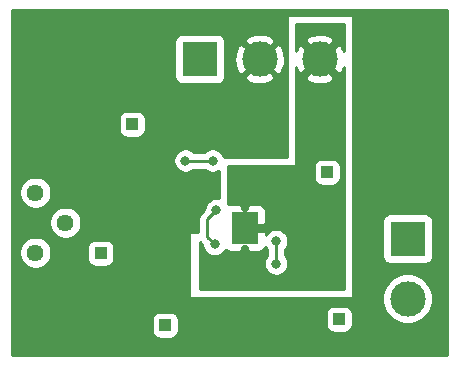
<source format=gbr>
G04 #@! TF.GenerationSoftware,KiCad,Pcbnew,(5.1.5)-2*
G04 #@! TF.CreationDate,2020-02-05T11:48:52+00:00*
G04 #@! TF.ProjectId,OPA1622_eval,4f504131-3632-4325-9f65-76616c2e6b69,rev?*
G04 #@! TF.SameCoordinates,Original*
G04 #@! TF.FileFunction,Copper,L2,Bot*
G04 #@! TF.FilePolarity,Positive*
%FSLAX46Y46*%
G04 Gerber Fmt 4.6, Leading zero omitted, Abs format (unit mm)*
G04 Created by KiCad (PCBNEW (5.1.5)-2) date 2020-02-05 11:48:52*
%MOMM*%
%LPD*%
G04 APERTURE LIST*
%ADD10R,1.000000X1.000000*%
%ADD11C,0.600000*%
%ADD12R,2.300000X2.800000*%
%ADD13C,1.440000*%
%ADD14R,3.000000X3.000000*%
%ADD15C,3.000000*%
%ADD16C,0.800000*%
%ADD17C,0.250000*%
%ADD18C,0.254000*%
G04 APERTURE END LIST*
D10*
X150495000Y-136271000D03*
X151511000Y-148717000D03*
X131318000Y-143129000D03*
X136779000Y-149225000D03*
X133985000Y-132207000D03*
D11*
X144000000Y-141750000D03*
X143500000Y-141000000D03*
X144000000Y-140250000D03*
X143000000Y-140250000D03*
X143000000Y-141750000D03*
D12*
X143500000Y-141000000D03*
D13*
X125800000Y-138000000D03*
X128340000Y-140540000D03*
X125800000Y-143080000D03*
D14*
X157300000Y-141900000D03*
D15*
X157300000Y-146980000D03*
D14*
X139700000Y-126700000D03*
D15*
X144780000Y-126700000D03*
X149860000Y-126700000D03*
D16*
X136300000Y-137500000D03*
X136300000Y-139800000D03*
X136300000Y-142200000D03*
X136300000Y-144600000D03*
X132334000Y-148725000D03*
X127889000Y-127635000D03*
X147320000Y-149860000D03*
X141124909Y-139493527D03*
X140970000Y-142367000D03*
X138500000Y-135300000D03*
X140800000Y-135300000D03*
X146177014Y-142113000D03*
X146177000Y-144013022D03*
D17*
X140335000Y-141732000D02*
X140970000Y-142367000D01*
X141124909Y-139493527D02*
X140335000Y-140283436D01*
X140335000Y-140283436D02*
X140335000Y-141732000D01*
X138500000Y-135300000D02*
X140800000Y-135300000D01*
X146177000Y-144013022D02*
X146177000Y-142113014D01*
X146177000Y-142113014D02*
X146177014Y-142113000D01*
D18*
G36*
X151892000Y-126038015D02*
G01*
X151784644Y-125752270D01*
X151717282Y-125626248D01*
X151413531Y-125461839D01*
X150175370Y-126700000D01*
X151413531Y-127938161D01*
X151717282Y-127773752D01*
X151891074Y-127390782D01*
X151892000Y-127386821D01*
X151892000Y-146177000D01*
X139700000Y-146177000D01*
X139700000Y-142156227D01*
X139700026Y-142156276D01*
X139708038Y-142166038D01*
X139795000Y-142272001D01*
X139823998Y-142295799D01*
X139935000Y-142406801D01*
X139935000Y-142468939D01*
X139974774Y-142668898D01*
X140052795Y-142857256D01*
X140166063Y-143026774D01*
X140310226Y-143170937D01*
X140479744Y-143284205D01*
X140668102Y-143362226D01*
X140868061Y-143402000D01*
X141071939Y-143402000D01*
X141271898Y-143362226D01*
X141460256Y-143284205D01*
X141629774Y-143170937D01*
X141773937Y-143026774D01*
X141887205Y-142857256D01*
X141892771Y-142843820D01*
X141898815Y-142851185D01*
X141995506Y-142930537D01*
X142105820Y-142989502D01*
X142225518Y-143025812D01*
X142350000Y-143038072D01*
X143118250Y-143035000D01*
X143277000Y-142876250D01*
X143277000Y-142644573D01*
X143315331Y-142635026D01*
X143402836Y-142598781D01*
X143410584Y-142488403D01*
X143493777Y-142571596D01*
X143500000Y-142565373D01*
X143506223Y-142571596D01*
X143589416Y-142488403D01*
X143597164Y-142598781D01*
X143723000Y-142643996D01*
X143723000Y-142876250D01*
X143881750Y-143035000D01*
X144650000Y-143038072D01*
X144774482Y-143025812D01*
X144894180Y-142989502D01*
X145004494Y-142930537D01*
X145101185Y-142851185D01*
X145180537Y-142754494D01*
X145239502Y-142644180D01*
X145255253Y-142592257D01*
X145259809Y-142603256D01*
X145373077Y-142772774D01*
X145417001Y-142816698D01*
X145417000Y-143309311D01*
X145373063Y-143353248D01*
X145259795Y-143522766D01*
X145181774Y-143711124D01*
X145142000Y-143911083D01*
X145142000Y-144114961D01*
X145181774Y-144314920D01*
X145259795Y-144503278D01*
X145373063Y-144672796D01*
X145517226Y-144816959D01*
X145686744Y-144930227D01*
X145875102Y-145008248D01*
X146075061Y-145048022D01*
X146278939Y-145048022D01*
X146478898Y-145008248D01*
X146667256Y-144930227D01*
X146836774Y-144816959D01*
X146980937Y-144672796D01*
X147094205Y-144503278D01*
X147172226Y-144314920D01*
X147212000Y-144114961D01*
X147212000Y-143911083D01*
X147172226Y-143711124D01*
X147094205Y-143522766D01*
X146980937Y-143353248D01*
X146937000Y-143309311D01*
X146937000Y-142816725D01*
X146980951Y-142772774D01*
X147094219Y-142603256D01*
X147172240Y-142414898D01*
X147212014Y-142214939D01*
X147212014Y-142011061D01*
X147172240Y-141811102D01*
X147094219Y-141622744D01*
X146980951Y-141453226D01*
X146836788Y-141309063D01*
X146667270Y-141195795D01*
X146478912Y-141117774D01*
X146278953Y-141078000D01*
X146075075Y-141078000D01*
X145875116Y-141117774D01*
X145686758Y-141195795D01*
X145517240Y-141309063D01*
X145373077Y-141453226D01*
X145285611Y-141584129D01*
X145285000Y-141381750D01*
X145126250Y-141223000D01*
X144412035Y-141223000D01*
X144438330Y-141047357D01*
X144429539Y-140863388D01*
X144408023Y-140777000D01*
X145126250Y-140777000D01*
X145285000Y-140618250D01*
X145288072Y-139600000D01*
X145275812Y-139475518D01*
X145239502Y-139355820D01*
X145180537Y-139245506D01*
X145101185Y-139148815D01*
X145004494Y-139069463D01*
X144894180Y-139010498D01*
X144774482Y-138974188D01*
X144650000Y-138961928D01*
X143881750Y-138965000D01*
X143723000Y-139123750D01*
X143723000Y-139355427D01*
X143684669Y-139364974D01*
X143597164Y-139401219D01*
X143589416Y-139511597D01*
X143506223Y-139428404D01*
X143500000Y-139434627D01*
X143493777Y-139428404D01*
X143410584Y-139511597D01*
X143402836Y-139401219D01*
X143277000Y-139356004D01*
X143277000Y-139123750D01*
X143118250Y-138965000D01*
X142350000Y-138961928D01*
X142225518Y-138974188D01*
X142113000Y-139008320D01*
X142113000Y-135771000D01*
X149356928Y-135771000D01*
X149356928Y-136771000D01*
X149369188Y-136895482D01*
X149405498Y-137015180D01*
X149464463Y-137125494D01*
X149543815Y-137222185D01*
X149640506Y-137301537D01*
X149750820Y-137360502D01*
X149870518Y-137396812D01*
X149995000Y-137409072D01*
X150995000Y-137409072D01*
X151119482Y-137396812D01*
X151239180Y-137360502D01*
X151349494Y-137301537D01*
X151446185Y-137222185D01*
X151525537Y-137125494D01*
X151584502Y-137015180D01*
X151620812Y-136895482D01*
X151633072Y-136771000D01*
X151633072Y-135771000D01*
X151620812Y-135646518D01*
X151584502Y-135526820D01*
X151525537Y-135416506D01*
X151446185Y-135319815D01*
X151349494Y-135240463D01*
X151239180Y-135181498D01*
X151119482Y-135145188D01*
X150995000Y-135132928D01*
X149995000Y-135132928D01*
X149870518Y-135145188D01*
X149750820Y-135181498D01*
X149640506Y-135240463D01*
X149543815Y-135319815D01*
X149464463Y-135416506D01*
X149405498Y-135526820D01*
X149369188Y-135646518D01*
X149356928Y-135771000D01*
X142113000Y-135771000D01*
X142113000Y-135763000D01*
X147701000Y-135763000D01*
X147725776Y-135760560D01*
X147749601Y-135753333D01*
X147771557Y-135741597D01*
X147790803Y-135725803D01*
X147806597Y-135706557D01*
X147818333Y-135684601D01*
X147825560Y-135660776D01*
X147828000Y-135636000D01*
X147828000Y-128253531D01*
X148621839Y-128253531D01*
X148786248Y-128557282D01*
X149169218Y-128731074D01*
X149578734Y-128826813D01*
X149999060Y-128840820D01*
X150414041Y-128772555D01*
X150807730Y-128624644D01*
X150933752Y-128557282D01*
X151098161Y-128253531D01*
X149860000Y-127015370D01*
X148621839Y-128253531D01*
X147828000Y-128253531D01*
X147828000Y-127361985D01*
X147935356Y-127647730D01*
X148002718Y-127773752D01*
X148306469Y-127938161D01*
X149544630Y-126700000D01*
X148306469Y-125461839D01*
X148002718Y-125626248D01*
X147828926Y-126009218D01*
X147828000Y-126013179D01*
X147828000Y-125146469D01*
X148621839Y-125146469D01*
X149860000Y-126384630D01*
X151098161Y-125146469D01*
X150933752Y-124842718D01*
X150550782Y-124668926D01*
X150141266Y-124573187D01*
X149720940Y-124559180D01*
X149305959Y-124627445D01*
X148912270Y-124775356D01*
X148786248Y-124842718D01*
X148621839Y-125146469D01*
X147828000Y-125146469D01*
X147828000Y-123698000D01*
X151892000Y-123698000D01*
X151892000Y-126038015D01*
G37*
X151892000Y-126038015D02*
X151784644Y-125752270D01*
X151717282Y-125626248D01*
X151413531Y-125461839D01*
X150175370Y-126700000D01*
X151413531Y-127938161D01*
X151717282Y-127773752D01*
X151891074Y-127390782D01*
X151892000Y-127386821D01*
X151892000Y-146177000D01*
X139700000Y-146177000D01*
X139700000Y-142156227D01*
X139700026Y-142156276D01*
X139708038Y-142166038D01*
X139795000Y-142272001D01*
X139823998Y-142295799D01*
X139935000Y-142406801D01*
X139935000Y-142468939D01*
X139974774Y-142668898D01*
X140052795Y-142857256D01*
X140166063Y-143026774D01*
X140310226Y-143170937D01*
X140479744Y-143284205D01*
X140668102Y-143362226D01*
X140868061Y-143402000D01*
X141071939Y-143402000D01*
X141271898Y-143362226D01*
X141460256Y-143284205D01*
X141629774Y-143170937D01*
X141773937Y-143026774D01*
X141887205Y-142857256D01*
X141892771Y-142843820D01*
X141898815Y-142851185D01*
X141995506Y-142930537D01*
X142105820Y-142989502D01*
X142225518Y-143025812D01*
X142350000Y-143038072D01*
X143118250Y-143035000D01*
X143277000Y-142876250D01*
X143277000Y-142644573D01*
X143315331Y-142635026D01*
X143402836Y-142598781D01*
X143410584Y-142488403D01*
X143493777Y-142571596D01*
X143500000Y-142565373D01*
X143506223Y-142571596D01*
X143589416Y-142488403D01*
X143597164Y-142598781D01*
X143723000Y-142643996D01*
X143723000Y-142876250D01*
X143881750Y-143035000D01*
X144650000Y-143038072D01*
X144774482Y-143025812D01*
X144894180Y-142989502D01*
X145004494Y-142930537D01*
X145101185Y-142851185D01*
X145180537Y-142754494D01*
X145239502Y-142644180D01*
X145255253Y-142592257D01*
X145259809Y-142603256D01*
X145373077Y-142772774D01*
X145417001Y-142816698D01*
X145417000Y-143309311D01*
X145373063Y-143353248D01*
X145259795Y-143522766D01*
X145181774Y-143711124D01*
X145142000Y-143911083D01*
X145142000Y-144114961D01*
X145181774Y-144314920D01*
X145259795Y-144503278D01*
X145373063Y-144672796D01*
X145517226Y-144816959D01*
X145686744Y-144930227D01*
X145875102Y-145008248D01*
X146075061Y-145048022D01*
X146278939Y-145048022D01*
X146478898Y-145008248D01*
X146667256Y-144930227D01*
X146836774Y-144816959D01*
X146980937Y-144672796D01*
X147094205Y-144503278D01*
X147172226Y-144314920D01*
X147212000Y-144114961D01*
X147212000Y-143911083D01*
X147172226Y-143711124D01*
X147094205Y-143522766D01*
X146980937Y-143353248D01*
X146937000Y-143309311D01*
X146937000Y-142816725D01*
X146980951Y-142772774D01*
X147094219Y-142603256D01*
X147172240Y-142414898D01*
X147212014Y-142214939D01*
X147212014Y-142011061D01*
X147172240Y-141811102D01*
X147094219Y-141622744D01*
X146980951Y-141453226D01*
X146836788Y-141309063D01*
X146667270Y-141195795D01*
X146478912Y-141117774D01*
X146278953Y-141078000D01*
X146075075Y-141078000D01*
X145875116Y-141117774D01*
X145686758Y-141195795D01*
X145517240Y-141309063D01*
X145373077Y-141453226D01*
X145285611Y-141584129D01*
X145285000Y-141381750D01*
X145126250Y-141223000D01*
X144412035Y-141223000D01*
X144438330Y-141047357D01*
X144429539Y-140863388D01*
X144408023Y-140777000D01*
X145126250Y-140777000D01*
X145285000Y-140618250D01*
X145288072Y-139600000D01*
X145275812Y-139475518D01*
X145239502Y-139355820D01*
X145180537Y-139245506D01*
X145101185Y-139148815D01*
X145004494Y-139069463D01*
X144894180Y-139010498D01*
X144774482Y-138974188D01*
X144650000Y-138961928D01*
X143881750Y-138965000D01*
X143723000Y-139123750D01*
X143723000Y-139355427D01*
X143684669Y-139364974D01*
X143597164Y-139401219D01*
X143589416Y-139511597D01*
X143506223Y-139428404D01*
X143500000Y-139434627D01*
X143493777Y-139428404D01*
X143410584Y-139511597D01*
X143402836Y-139401219D01*
X143277000Y-139356004D01*
X143277000Y-139123750D01*
X143118250Y-138965000D01*
X142350000Y-138961928D01*
X142225518Y-138974188D01*
X142113000Y-139008320D01*
X142113000Y-135771000D01*
X149356928Y-135771000D01*
X149356928Y-136771000D01*
X149369188Y-136895482D01*
X149405498Y-137015180D01*
X149464463Y-137125494D01*
X149543815Y-137222185D01*
X149640506Y-137301537D01*
X149750820Y-137360502D01*
X149870518Y-137396812D01*
X149995000Y-137409072D01*
X150995000Y-137409072D01*
X151119482Y-137396812D01*
X151239180Y-137360502D01*
X151349494Y-137301537D01*
X151446185Y-137222185D01*
X151525537Y-137125494D01*
X151584502Y-137015180D01*
X151620812Y-136895482D01*
X151633072Y-136771000D01*
X151633072Y-135771000D01*
X151620812Y-135646518D01*
X151584502Y-135526820D01*
X151525537Y-135416506D01*
X151446185Y-135319815D01*
X151349494Y-135240463D01*
X151239180Y-135181498D01*
X151119482Y-135145188D01*
X150995000Y-135132928D01*
X149995000Y-135132928D01*
X149870518Y-135145188D01*
X149750820Y-135181498D01*
X149640506Y-135240463D01*
X149543815Y-135319815D01*
X149464463Y-135416506D01*
X149405498Y-135526820D01*
X149369188Y-135646518D01*
X149356928Y-135771000D01*
X142113000Y-135771000D01*
X142113000Y-135763000D01*
X147701000Y-135763000D01*
X147725776Y-135760560D01*
X147749601Y-135753333D01*
X147771557Y-135741597D01*
X147790803Y-135725803D01*
X147806597Y-135706557D01*
X147818333Y-135684601D01*
X147825560Y-135660776D01*
X147828000Y-135636000D01*
X147828000Y-128253531D01*
X148621839Y-128253531D01*
X148786248Y-128557282D01*
X149169218Y-128731074D01*
X149578734Y-128826813D01*
X149999060Y-128840820D01*
X150414041Y-128772555D01*
X150807730Y-128624644D01*
X150933752Y-128557282D01*
X151098161Y-128253531D01*
X149860000Y-127015370D01*
X148621839Y-128253531D01*
X147828000Y-128253531D01*
X147828000Y-127361985D01*
X147935356Y-127647730D01*
X148002718Y-127773752D01*
X148306469Y-127938161D01*
X149544630Y-126700000D01*
X148306469Y-125461839D01*
X148002718Y-125626248D01*
X147828926Y-126009218D01*
X147828000Y-126013179D01*
X147828000Y-125146469D01*
X148621839Y-125146469D01*
X149860000Y-126384630D01*
X151098161Y-125146469D01*
X150933752Y-124842718D01*
X150550782Y-124668926D01*
X150141266Y-124573187D01*
X149720940Y-124559180D01*
X149305959Y-124627445D01*
X148912270Y-124775356D01*
X148786248Y-124842718D01*
X148621839Y-125146469D01*
X147828000Y-125146469D01*
X147828000Y-123698000D01*
X151892000Y-123698000D01*
X151892000Y-126038015D01*
G36*
X143590230Y-141000000D02*
G01*
X143589416Y-141011597D01*
X143577819Y-141000000D01*
X143589416Y-140988403D01*
X143590230Y-141000000D01*
G37*
X143590230Y-141000000D02*
X143589416Y-141011597D01*
X143577819Y-141000000D01*
X143589416Y-140988403D01*
X143590230Y-141000000D01*
G36*
X143422181Y-141000000D02*
G01*
X143410584Y-141011597D01*
X143409770Y-141000000D01*
X143410584Y-140988403D01*
X143422181Y-141000000D01*
G37*
X143422181Y-141000000D02*
X143410584Y-141011597D01*
X143409770Y-141000000D01*
X143410584Y-140988403D01*
X143422181Y-141000000D01*
G36*
X160630000Y-151740000D02*
G01*
X123850000Y-151740000D01*
X123850000Y-148725000D01*
X135640928Y-148725000D01*
X135640928Y-149725000D01*
X135653188Y-149849482D01*
X135689498Y-149969180D01*
X135748463Y-150079494D01*
X135827815Y-150176185D01*
X135924506Y-150255537D01*
X136034820Y-150314502D01*
X136154518Y-150350812D01*
X136279000Y-150363072D01*
X137279000Y-150363072D01*
X137403482Y-150350812D01*
X137523180Y-150314502D01*
X137633494Y-150255537D01*
X137730185Y-150176185D01*
X137809537Y-150079494D01*
X137868502Y-149969180D01*
X137904812Y-149849482D01*
X137917072Y-149725000D01*
X137917072Y-148725000D01*
X137904812Y-148600518D01*
X137868502Y-148480820D01*
X137809537Y-148370506D01*
X137730185Y-148273815D01*
X137660956Y-148217000D01*
X150372928Y-148217000D01*
X150372928Y-149217000D01*
X150385188Y-149341482D01*
X150421498Y-149461180D01*
X150480463Y-149571494D01*
X150559815Y-149668185D01*
X150656506Y-149747537D01*
X150766820Y-149806502D01*
X150886518Y-149842812D01*
X151011000Y-149855072D01*
X152011000Y-149855072D01*
X152135482Y-149842812D01*
X152255180Y-149806502D01*
X152365494Y-149747537D01*
X152462185Y-149668185D01*
X152541537Y-149571494D01*
X152600502Y-149461180D01*
X152636812Y-149341482D01*
X152649072Y-149217000D01*
X152649072Y-148217000D01*
X152636812Y-148092518D01*
X152600502Y-147972820D01*
X152541537Y-147862506D01*
X152462185Y-147765815D01*
X152365494Y-147686463D01*
X152255180Y-147627498D01*
X152135482Y-147591188D01*
X152011000Y-147578928D01*
X151011000Y-147578928D01*
X150886518Y-147591188D01*
X150766820Y-147627498D01*
X150656506Y-147686463D01*
X150559815Y-147765815D01*
X150480463Y-147862506D01*
X150421498Y-147972820D01*
X150385188Y-148092518D01*
X150372928Y-148217000D01*
X137660956Y-148217000D01*
X137633494Y-148194463D01*
X137523180Y-148135498D01*
X137403482Y-148099188D01*
X137279000Y-148086928D01*
X136279000Y-148086928D01*
X136154518Y-148099188D01*
X136034820Y-148135498D01*
X135924506Y-148194463D01*
X135827815Y-148273815D01*
X135748463Y-148370506D01*
X135689498Y-148480820D01*
X135653188Y-148600518D01*
X135640928Y-148725000D01*
X123850000Y-148725000D01*
X123850000Y-142946544D01*
X124445000Y-142946544D01*
X124445000Y-143213456D01*
X124497072Y-143475239D01*
X124599215Y-143721833D01*
X124747503Y-143943762D01*
X124936238Y-144132497D01*
X125158167Y-144280785D01*
X125404761Y-144382928D01*
X125666544Y-144435000D01*
X125933456Y-144435000D01*
X126195239Y-144382928D01*
X126441833Y-144280785D01*
X126663762Y-144132497D01*
X126852497Y-143943762D01*
X127000785Y-143721833D01*
X127102928Y-143475239D01*
X127155000Y-143213456D01*
X127155000Y-142946544D01*
X127102928Y-142684761D01*
X127079831Y-142629000D01*
X130179928Y-142629000D01*
X130179928Y-143629000D01*
X130192188Y-143753482D01*
X130228498Y-143873180D01*
X130287463Y-143983494D01*
X130366815Y-144080185D01*
X130463506Y-144159537D01*
X130573820Y-144218502D01*
X130693518Y-144254812D01*
X130818000Y-144267072D01*
X131818000Y-144267072D01*
X131942482Y-144254812D01*
X132062180Y-144218502D01*
X132172494Y-144159537D01*
X132269185Y-144080185D01*
X132348537Y-143983494D01*
X132407502Y-143873180D01*
X132443812Y-143753482D01*
X132456072Y-143629000D01*
X132456072Y-142629000D01*
X132443812Y-142504518D01*
X132407502Y-142384820D01*
X132348537Y-142274506D01*
X132269185Y-142177815D01*
X132172494Y-142098463D01*
X132062180Y-142039498D01*
X131942482Y-142003188D01*
X131818000Y-141990928D01*
X130818000Y-141990928D01*
X130693518Y-142003188D01*
X130573820Y-142039498D01*
X130463506Y-142098463D01*
X130366815Y-142177815D01*
X130287463Y-142274506D01*
X130228498Y-142384820D01*
X130192188Y-142504518D01*
X130179928Y-142629000D01*
X127079831Y-142629000D01*
X127000785Y-142438167D01*
X126852497Y-142216238D01*
X126663762Y-142027503D01*
X126441833Y-141879215D01*
X126195239Y-141777072D01*
X125933456Y-141725000D01*
X125666544Y-141725000D01*
X125404761Y-141777072D01*
X125158167Y-141879215D01*
X124936238Y-142027503D01*
X124747503Y-142216238D01*
X124599215Y-142438167D01*
X124497072Y-142684761D01*
X124445000Y-142946544D01*
X123850000Y-142946544D01*
X123850000Y-140406544D01*
X126985000Y-140406544D01*
X126985000Y-140673456D01*
X127037072Y-140935239D01*
X127139215Y-141181833D01*
X127287503Y-141403762D01*
X127476238Y-141592497D01*
X127698167Y-141740785D01*
X127944761Y-141842928D01*
X128206544Y-141895000D01*
X128473456Y-141895000D01*
X128735239Y-141842928D01*
X128981833Y-141740785D01*
X129203762Y-141592497D01*
X129392497Y-141403762D01*
X129540785Y-141181833D01*
X129642928Y-140935239D01*
X129695000Y-140673456D01*
X129695000Y-140406544D01*
X129642928Y-140144761D01*
X129540785Y-139898167D01*
X129392497Y-139676238D01*
X129203762Y-139487503D01*
X128981833Y-139339215D01*
X128735239Y-139237072D01*
X128473456Y-139185000D01*
X128206544Y-139185000D01*
X127944761Y-139237072D01*
X127698167Y-139339215D01*
X127476238Y-139487503D01*
X127287503Y-139676238D01*
X127139215Y-139898167D01*
X127037072Y-140144761D01*
X126985000Y-140406544D01*
X123850000Y-140406544D01*
X123850000Y-137866544D01*
X124445000Y-137866544D01*
X124445000Y-138133456D01*
X124497072Y-138395239D01*
X124599215Y-138641833D01*
X124747503Y-138863762D01*
X124936238Y-139052497D01*
X125158167Y-139200785D01*
X125404761Y-139302928D01*
X125666544Y-139355000D01*
X125933456Y-139355000D01*
X126195239Y-139302928D01*
X126441833Y-139200785D01*
X126663762Y-139052497D01*
X126852497Y-138863762D01*
X127000785Y-138641833D01*
X127102928Y-138395239D01*
X127155000Y-138133456D01*
X127155000Y-137866544D01*
X127102928Y-137604761D01*
X127000785Y-137358167D01*
X126852497Y-137136238D01*
X126663762Y-136947503D01*
X126441833Y-136799215D01*
X126195239Y-136697072D01*
X125933456Y-136645000D01*
X125666544Y-136645000D01*
X125404761Y-136697072D01*
X125158167Y-136799215D01*
X124936238Y-136947503D01*
X124747503Y-137136238D01*
X124599215Y-137358167D01*
X124497072Y-137604761D01*
X124445000Y-137866544D01*
X123850000Y-137866544D01*
X123850000Y-135198061D01*
X137465000Y-135198061D01*
X137465000Y-135401939D01*
X137504774Y-135601898D01*
X137582795Y-135790256D01*
X137696063Y-135959774D01*
X137840226Y-136103937D01*
X138009744Y-136217205D01*
X138198102Y-136295226D01*
X138398061Y-136335000D01*
X138601939Y-136335000D01*
X138801898Y-136295226D01*
X138990256Y-136217205D01*
X139159774Y-136103937D01*
X139203711Y-136060000D01*
X140096289Y-136060000D01*
X140140226Y-136103937D01*
X140309744Y-136217205D01*
X140498102Y-136295226D01*
X140698061Y-136335000D01*
X140901939Y-136335000D01*
X141101898Y-136295226D01*
X141290256Y-136217205D01*
X141351000Y-136176617D01*
X141351000Y-138483222D01*
X141226848Y-138458527D01*
X141022970Y-138458527D01*
X140823011Y-138498301D01*
X140634653Y-138576322D01*
X140465135Y-138689590D01*
X140320972Y-138833753D01*
X140207704Y-139003271D01*
X140129683Y-139191629D01*
X140089909Y-139391588D01*
X140089909Y-139453726D01*
X139824002Y-139719633D01*
X139794999Y-139743435D01*
X139742742Y-139807111D01*
X139700026Y-139859160D01*
X139668680Y-139917804D01*
X139629454Y-139991190D01*
X139585997Y-140134451D01*
X139575000Y-140246104D01*
X139575000Y-140246114D01*
X139571324Y-140283436D01*
X139575000Y-140320759D01*
X139575001Y-141351000D01*
X138938000Y-141351000D01*
X138913224Y-141353440D01*
X138889399Y-141360667D01*
X138867443Y-141372403D01*
X138848197Y-141388197D01*
X138832403Y-141407443D01*
X138820667Y-141429399D01*
X138813440Y-141453224D01*
X138811000Y-141478000D01*
X138811000Y-146812000D01*
X138813440Y-146836776D01*
X138820667Y-146860601D01*
X138832403Y-146882557D01*
X138848197Y-146901803D01*
X138867443Y-146917597D01*
X138889399Y-146929333D01*
X138913224Y-146936560D01*
X138938000Y-146939000D01*
X152527000Y-146939000D01*
X152551776Y-146936560D01*
X152575601Y-146929333D01*
X152597557Y-146917597D01*
X152616803Y-146901803D01*
X152632597Y-146882557D01*
X152644333Y-146860601D01*
X152651560Y-146836776D01*
X152654000Y-146812000D01*
X152654000Y-146769721D01*
X155165000Y-146769721D01*
X155165000Y-147190279D01*
X155247047Y-147602756D01*
X155407988Y-147991302D01*
X155641637Y-148340983D01*
X155939017Y-148638363D01*
X156288698Y-148872012D01*
X156677244Y-149032953D01*
X157089721Y-149115000D01*
X157510279Y-149115000D01*
X157922756Y-149032953D01*
X158311302Y-148872012D01*
X158660983Y-148638363D01*
X158958363Y-148340983D01*
X159192012Y-147991302D01*
X159352953Y-147602756D01*
X159435000Y-147190279D01*
X159435000Y-146769721D01*
X159352953Y-146357244D01*
X159192012Y-145968698D01*
X158958363Y-145619017D01*
X158660983Y-145321637D01*
X158311302Y-145087988D01*
X157922756Y-144927047D01*
X157510279Y-144845000D01*
X157089721Y-144845000D01*
X156677244Y-144927047D01*
X156288698Y-145087988D01*
X155939017Y-145321637D01*
X155641637Y-145619017D01*
X155407988Y-145968698D01*
X155247047Y-146357244D01*
X155165000Y-146769721D01*
X152654000Y-146769721D01*
X152654000Y-140400000D01*
X155161928Y-140400000D01*
X155161928Y-143400000D01*
X155174188Y-143524482D01*
X155210498Y-143644180D01*
X155269463Y-143754494D01*
X155348815Y-143851185D01*
X155445506Y-143930537D01*
X155555820Y-143989502D01*
X155675518Y-144025812D01*
X155800000Y-144038072D01*
X158800000Y-144038072D01*
X158924482Y-144025812D01*
X159044180Y-143989502D01*
X159154494Y-143930537D01*
X159251185Y-143851185D01*
X159330537Y-143754494D01*
X159389502Y-143644180D01*
X159425812Y-143524482D01*
X159438072Y-143400000D01*
X159438072Y-140400000D01*
X159425812Y-140275518D01*
X159389502Y-140155820D01*
X159330537Y-140045506D01*
X159251185Y-139948815D01*
X159154494Y-139869463D01*
X159044180Y-139810498D01*
X158924482Y-139774188D01*
X158800000Y-139761928D01*
X155800000Y-139761928D01*
X155675518Y-139774188D01*
X155555820Y-139810498D01*
X155445506Y-139869463D01*
X155348815Y-139948815D01*
X155269463Y-140045506D01*
X155210498Y-140155820D01*
X155174188Y-140275518D01*
X155161928Y-140400000D01*
X152654000Y-140400000D01*
X152654000Y-123063000D01*
X152651560Y-123038224D01*
X152644333Y-123014399D01*
X152632597Y-122992443D01*
X152616803Y-122973197D01*
X152597557Y-122957403D01*
X152575601Y-122945667D01*
X152551776Y-122938440D01*
X152527000Y-122936000D01*
X147193000Y-122936000D01*
X147168224Y-122938440D01*
X147144399Y-122945667D01*
X147122443Y-122957403D01*
X147103197Y-122973197D01*
X147087403Y-122992443D01*
X147075667Y-123014399D01*
X147068440Y-123038224D01*
X147066000Y-123063000D01*
X147066000Y-135001000D01*
X141795802Y-135001000D01*
X141795226Y-134998102D01*
X141717205Y-134809744D01*
X141603937Y-134640226D01*
X141459774Y-134496063D01*
X141290256Y-134382795D01*
X141101898Y-134304774D01*
X140901939Y-134265000D01*
X140698061Y-134265000D01*
X140498102Y-134304774D01*
X140309744Y-134382795D01*
X140140226Y-134496063D01*
X140096289Y-134540000D01*
X139203711Y-134540000D01*
X139159774Y-134496063D01*
X138990256Y-134382795D01*
X138801898Y-134304774D01*
X138601939Y-134265000D01*
X138398061Y-134265000D01*
X138198102Y-134304774D01*
X138009744Y-134382795D01*
X137840226Y-134496063D01*
X137696063Y-134640226D01*
X137582795Y-134809744D01*
X137504774Y-134998102D01*
X137465000Y-135198061D01*
X123850000Y-135198061D01*
X123850000Y-131707000D01*
X132846928Y-131707000D01*
X132846928Y-132707000D01*
X132859188Y-132831482D01*
X132895498Y-132951180D01*
X132954463Y-133061494D01*
X133033815Y-133158185D01*
X133130506Y-133237537D01*
X133240820Y-133296502D01*
X133360518Y-133332812D01*
X133485000Y-133345072D01*
X134485000Y-133345072D01*
X134609482Y-133332812D01*
X134729180Y-133296502D01*
X134839494Y-133237537D01*
X134936185Y-133158185D01*
X135015537Y-133061494D01*
X135074502Y-132951180D01*
X135110812Y-132831482D01*
X135123072Y-132707000D01*
X135123072Y-131707000D01*
X135110812Y-131582518D01*
X135074502Y-131462820D01*
X135015537Y-131352506D01*
X134936185Y-131255815D01*
X134839494Y-131176463D01*
X134729180Y-131117498D01*
X134609482Y-131081188D01*
X134485000Y-131068928D01*
X133485000Y-131068928D01*
X133360518Y-131081188D01*
X133240820Y-131117498D01*
X133130506Y-131176463D01*
X133033815Y-131255815D01*
X132954463Y-131352506D01*
X132895498Y-131462820D01*
X132859188Y-131582518D01*
X132846928Y-131707000D01*
X123850000Y-131707000D01*
X123850000Y-125200000D01*
X137561928Y-125200000D01*
X137561928Y-128200000D01*
X137574188Y-128324482D01*
X137610498Y-128444180D01*
X137669463Y-128554494D01*
X137748815Y-128651185D01*
X137845506Y-128730537D01*
X137955820Y-128789502D01*
X138075518Y-128825812D01*
X138200000Y-128838072D01*
X141200000Y-128838072D01*
X141324482Y-128825812D01*
X141444180Y-128789502D01*
X141554494Y-128730537D01*
X141651185Y-128651185D01*
X141730537Y-128554494D01*
X141789502Y-128444180D01*
X141825812Y-128324482D01*
X141838072Y-128200000D01*
X141838072Y-128191653D01*
X143467952Y-128191653D01*
X143623962Y-128507214D01*
X143998745Y-128698020D01*
X144403551Y-128812044D01*
X144822824Y-128844902D01*
X145240451Y-128795334D01*
X145640383Y-128665243D01*
X145936038Y-128507214D01*
X146092048Y-128191653D01*
X144780000Y-126879605D01*
X143467952Y-128191653D01*
X141838072Y-128191653D01*
X141838072Y-126742824D01*
X142635098Y-126742824D01*
X142684666Y-127160451D01*
X142814757Y-127560383D01*
X142972786Y-127856038D01*
X143288347Y-128012048D01*
X144600395Y-126700000D01*
X144959605Y-126700000D01*
X146271653Y-128012048D01*
X146587214Y-127856038D01*
X146778020Y-127481255D01*
X146892044Y-127076449D01*
X146924902Y-126657176D01*
X146875334Y-126239549D01*
X146745243Y-125839617D01*
X146587214Y-125543962D01*
X146271653Y-125387952D01*
X144959605Y-126700000D01*
X144600395Y-126700000D01*
X143288347Y-125387952D01*
X142972786Y-125543962D01*
X142781980Y-125918745D01*
X142667956Y-126323551D01*
X142635098Y-126742824D01*
X141838072Y-126742824D01*
X141838072Y-125208347D01*
X143467952Y-125208347D01*
X144780000Y-126520395D01*
X146092048Y-125208347D01*
X145936038Y-124892786D01*
X145561255Y-124701980D01*
X145156449Y-124587956D01*
X144737176Y-124555098D01*
X144319549Y-124604666D01*
X143919617Y-124734757D01*
X143623962Y-124892786D01*
X143467952Y-125208347D01*
X141838072Y-125208347D01*
X141838072Y-125200000D01*
X141825812Y-125075518D01*
X141789502Y-124955820D01*
X141730537Y-124845506D01*
X141651185Y-124748815D01*
X141554494Y-124669463D01*
X141444180Y-124610498D01*
X141324482Y-124574188D01*
X141200000Y-124561928D01*
X138200000Y-124561928D01*
X138075518Y-124574188D01*
X137955820Y-124610498D01*
X137845506Y-124669463D01*
X137748815Y-124748815D01*
X137669463Y-124845506D01*
X137610498Y-124955820D01*
X137574188Y-125075518D01*
X137561928Y-125200000D01*
X123850000Y-125200000D01*
X123850000Y-122580000D01*
X160630001Y-122580000D01*
X160630000Y-151740000D01*
G37*
X160630000Y-151740000D02*
X123850000Y-151740000D01*
X123850000Y-148725000D01*
X135640928Y-148725000D01*
X135640928Y-149725000D01*
X135653188Y-149849482D01*
X135689498Y-149969180D01*
X135748463Y-150079494D01*
X135827815Y-150176185D01*
X135924506Y-150255537D01*
X136034820Y-150314502D01*
X136154518Y-150350812D01*
X136279000Y-150363072D01*
X137279000Y-150363072D01*
X137403482Y-150350812D01*
X137523180Y-150314502D01*
X137633494Y-150255537D01*
X137730185Y-150176185D01*
X137809537Y-150079494D01*
X137868502Y-149969180D01*
X137904812Y-149849482D01*
X137917072Y-149725000D01*
X137917072Y-148725000D01*
X137904812Y-148600518D01*
X137868502Y-148480820D01*
X137809537Y-148370506D01*
X137730185Y-148273815D01*
X137660956Y-148217000D01*
X150372928Y-148217000D01*
X150372928Y-149217000D01*
X150385188Y-149341482D01*
X150421498Y-149461180D01*
X150480463Y-149571494D01*
X150559815Y-149668185D01*
X150656506Y-149747537D01*
X150766820Y-149806502D01*
X150886518Y-149842812D01*
X151011000Y-149855072D01*
X152011000Y-149855072D01*
X152135482Y-149842812D01*
X152255180Y-149806502D01*
X152365494Y-149747537D01*
X152462185Y-149668185D01*
X152541537Y-149571494D01*
X152600502Y-149461180D01*
X152636812Y-149341482D01*
X152649072Y-149217000D01*
X152649072Y-148217000D01*
X152636812Y-148092518D01*
X152600502Y-147972820D01*
X152541537Y-147862506D01*
X152462185Y-147765815D01*
X152365494Y-147686463D01*
X152255180Y-147627498D01*
X152135482Y-147591188D01*
X152011000Y-147578928D01*
X151011000Y-147578928D01*
X150886518Y-147591188D01*
X150766820Y-147627498D01*
X150656506Y-147686463D01*
X150559815Y-147765815D01*
X150480463Y-147862506D01*
X150421498Y-147972820D01*
X150385188Y-148092518D01*
X150372928Y-148217000D01*
X137660956Y-148217000D01*
X137633494Y-148194463D01*
X137523180Y-148135498D01*
X137403482Y-148099188D01*
X137279000Y-148086928D01*
X136279000Y-148086928D01*
X136154518Y-148099188D01*
X136034820Y-148135498D01*
X135924506Y-148194463D01*
X135827815Y-148273815D01*
X135748463Y-148370506D01*
X135689498Y-148480820D01*
X135653188Y-148600518D01*
X135640928Y-148725000D01*
X123850000Y-148725000D01*
X123850000Y-142946544D01*
X124445000Y-142946544D01*
X124445000Y-143213456D01*
X124497072Y-143475239D01*
X124599215Y-143721833D01*
X124747503Y-143943762D01*
X124936238Y-144132497D01*
X125158167Y-144280785D01*
X125404761Y-144382928D01*
X125666544Y-144435000D01*
X125933456Y-144435000D01*
X126195239Y-144382928D01*
X126441833Y-144280785D01*
X126663762Y-144132497D01*
X126852497Y-143943762D01*
X127000785Y-143721833D01*
X127102928Y-143475239D01*
X127155000Y-143213456D01*
X127155000Y-142946544D01*
X127102928Y-142684761D01*
X127079831Y-142629000D01*
X130179928Y-142629000D01*
X130179928Y-143629000D01*
X130192188Y-143753482D01*
X130228498Y-143873180D01*
X130287463Y-143983494D01*
X130366815Y-144080185D01*
X130463506Y-144159537D01*
X130573820Y-144218502D01*
X130693518Y-144254812D01*
X130818000Y-144267072D01*
X131818000Y-144267072D01*
X131942482Y-144254812D01*
X132062180Y-144218502D01*
X132172494Y-144159537D01*
X132269185Y-144080185D01*
X132348537Y-143983494D01*
X132407502Y-143873180D01*
X132443812Y-143753482D01*
X132456072Y-143629000D01*
X132456072Y-142629000D01*
X132443812Y-142504518D01*
X132407502Y-142384820D01*
X132348537Y-142274506D01*
X132269185Y-142177815D01*
X132172494Y-142098463D01*
X132062180Y-142039498D01*
X131942482Y-142003188D01*
X131818000Y-141990928D01*
X130818000Y-141990928D01*
X130693518Y-142003188D01*
X130573820Y-142039498D01*
X130463506Y-142098463D01*
X130366815Y-142177815D01*
X130287463Y-142274506D01*
X130228498Y-142384820D01*
X130192188Y-142504518D01*
X130179928Y-142629000D01*
X127079831Y-142629000D01*
X127000785Y-142438167D01*
X126852497Y-142216238D01*
X126663762Y-142027503D01*
X126441833Y-141879215D01*
X126195239Y-141777072D01*
X125933456Y-141725000D01*
X125666544Y-141725000D01*
X125404761Y-141777072D01*
X125158167Y-141879215D01*
X124936238Y-142027503D01*
X124747503Y-142216238D01*
X124599215Y-142438167D01*
X124497072Y-142684761D01*
X124445000Y-142946544D01*
X123850000Y-142946544D01*
X123850000Y-140406544D01*
X126985000Y-140406544D01*
X126985000Y-140673456D01*
X127037072Y-140935239D01*
X127139215Y-141181833D01*
X127287503Y-141403762D01*
X127476238Y-141592497D01*
X127698167Y-141740785D01*
X127944761Y-141842928D01*
X128206544Y-141895000D01*
X128473456Y-141895000D01*
X128735239Y-141842928D01*
X128981833Y-141740785D01*
X129203762Y-141592497D01*
X129392497Y-141403762D01*
X129540785Y-141181833D01*
X129642928Y-140935239D01*
X129695000Y-140673456D01*
X129695000Y-140406544D01*
X129642928Y-140144761D01*
X129540785Y-139898167D01*
X129392497Y-139676238D01*
X129203762Y-139487503D01*
X128981833Y-139339215D01*
X128735239Y-139237072D01*
X128473456Y-139185000D01*
X128206544Y-139185000D01*
X127944761Y-139237072D01*
X127698167Y-139339215D01*
X127476238Y-139487503D01*
X127287503Y-139676238D01*
X127139215Y-139898167D01*
X127037072Y-140144761D01*
X126985000Y-140406544D01*
X123850000Y-140406544D01*
X123850000Y-137866544D01*
X124445000Y-137866544D01*
X124445000Y-138133456D01*
X124497072Y-138395239D01*
X124599215Y-138641833D01*
X124747503Y-138863762D01*
X124936238Y-139052497D01*
X125158167Y-139200785D01*
X125404761Y-139302928D01*
X125666544Y-139355000D01*
X125933456Y-139355000D01*
X126195239Y-139302928D01*
X126441833Y-139200785D01*
X126663762Y-139052497D01*
X126852497Y-138863762D01*
X127000785Y-138641833D01*
X127102928Y-138395239D01*
X127155000Y-138133456D01*
X127155000Y-137866544D01*
X127102928Y-137604761D01*
X127000785Y-137358167D01*
X126852497Y-137136238D01*
X126663762Y-136947503D01*
X126441833Y-136799215D01*
X126195239Y-136697072D01*
X125933456Y-136645000D01*
X125666544Y-136645000D01*
X125404761Y-136697072D01*
X125158167Y-136799215D01*
X124936238Y-136947503D01*
X124747503Y-137136238D01*
X124599215Y-137358167D01*
X124497072Y-137604761D01*
X124445000Y-137866544D01*
X123850000Y-137866544D01*
X123850000Y-135198061D01*
X137465000Y-135198061D01*
X137465000Y-135401939D01*
X137504774Y-135601898D01*
X137582795Y-135790256D01*
X137696063Y-135959774D01*
X137840226Y-136103937D01*
X138009744Y-136217205D01*
X138198102Y-136295226D01*
X138398061Y-136335000D01*
X138601939Y-136335000D01*
X138801898Y-136295226D01*
X138990256Y-136217205D01*
X139159774Y-136103937D01*
X139203711Y-136060000D01*
X140096289Y-136060000D01*
X140140226Y-136103937D01*
X140309744Y-136217205D01*
X140498102Y-136295226D01*
X140698061Y-136335000D01*
X140901939Y-136335000D01*
X141101898Y-136295226D01*
X141290256Y-136217205D01*
X141351000Y-136176617D01*
X141351000Y-138483222D01*
X141226848Y-138458527D01*
X141022970Y-138458527D01*
X140823011Y-138498301D01*
X140634653Y-138576322D01*
X140465135Y-138689590D01*
X140320972Y-138833753D01*
X140207704Y-139003271D01*
X140129683Y-139191629D01*
X140089909Y-139391588D01*
X140089909Y-139453726D01*
X139824002Y-139719633D01*
X139794999Y-139743435D01*
X139742742Y-139807111D01*
X139700026Y-139859160D01*
X139668680Y-139917804D01*
X139629454Y-139991190D01*
X139585997Y-140134451D01*
X139575000Y-140246104D01*
X139575000Y-140246114D01*
X139571324Y-140283436D01*
X139575000Y-140320759D01*
X139575001Y-141351000D01*
X138938000Y-141351000D01*
X138913224Y-141353440D01*
X138889399Y-141360667D01*
X138867443Y-141372403D01*
X138848197Y-141388197D01*
X138832403Y-141407443D01*
X138820667Y-141429399D01*
X138813440Y-141453224D01*
X138811000Y-141478000D01*
X138811000Y-146812000D01*
X138813440Y-146836776D01*
X138820667Y-146860601D01*
X138832403Y-146882557D01*
X138848197Y-146901803D01*
X138867443Y-146917597D01*
X138889399Y-146929333D01*
X138913224Y-146936560D01*
X138938000Y-146939000D01*
X152527000Y-146939000D01*
X152551776Y-146936560D01*
X152575601Y-146929333D01*
X152597557Y-146917597D01*
X152616803Y-146901803D01*
X152632597Y-146882557D01*
X152644333Y-146860601D01*
X152651560Y-146836776D01*
X152654000Y-146812000D01*
X152654000Y-146769721D01*
X155165000Y-146769721D01*
X155165000Y-147190279D01*
X155247047Y-147602756D01*
X155407988Y-147991302D01*
X155641637Y-148340983D01*
X155939017Y-148638363D01*
X156288698Y-148872012D01*
X156677244Y-149032953D01*
X157089721Y-149115000D01*
X157510279Y-149115000D01*
X157922756Y-149032953D01*
X158311302Y-148872012D01*
X158660983Y-148638363D01*
X158958363Y-148340983D01*
X159192012Y-147991302D01*
X159352953Y-147602756D01*
X159435000Y-147190279D01*
X159435000Y-146769721D01*
X159352953Y-146357244D01*
X159192012Y-145968698D01*
X158958363Y-145619017D01*
X158660983Y-145321637D01*
X158311302Y-145087988D01*
X157922756Y-144927047D01*
X157510279Y-144845000D01*
X157089721Y-144845000D01*
X156677244Y-144927047D01*
X156288698Y-145087988D01*
X155939017Y-145321637D01*
X155641637Y-145619017D01*
X155407988Y-145968698D01*
X155247047Y-146357244D01*
X155165000Y-146769721D01*
X152654000Y-146769721D01*
X152654000Y-140400000D01*
X155161928Y-140400000D01*
X155161928Y-143400000D01*
X155174188Y-143524482D01*
X155210498Y-143644180D01*
X155269463Y-143754494D01*
X155348815Y-143851185D01*
X155445506Y-143930537D01*
X155555820Y-143989502D01*
X155675518Y-144025812D01*
X155800000Y-144038072D01*
X158800000Y-144038072D01*
X158924482Y-144025812D01*
X159044180Y-143989502D01*
X159154494Y-143930537D01*
X159251185Y-143851185D01*
X159330537Y-143754494D01*
X159389502Y-143644180D01*
X159425812Y-143524482D01*
X159438072Y-143400000D01*
X159438072Y-140400000D01*
X159425812Y-140275518D01*
X159389502Y-140155820D01*
X159330537Y-140045506D01*
X159251185Y-139948815D01*
X159154494Y-139869463D01*
X159044180Y-139810498D01*
X158924482Y-139774188D01*
X158800000Y-139761928D01*
X155800000Y-139761928D01*
X155675518Y-139774188D01*
X155555820Y-139810498D01*
X155445506Y-139869463D01*
X155348815Y-139948815D01*
X155269463Y-140045506D01*
X155210498Y-140155820D01*
X155174188Y-140275518D01*
X155161928Y-140400000D01*
X152654000Y-140400000D01*
X152654000Y-123063000D01*
X152651560Y-123038224D01*
X152644333Y-123014399D01*
X152632597Y-122992443D01*
X152616803Y-122973197D01*
X152597557Y-122957403D01*
X152575601Y-122945667D01*
X152551776Y-122938440D01*
X152527000Y-122936000D01*
X147193000Y-122936000D01*
X147168224Y-122938440D01*
X147144399Y-122945667D01*
X147122443Y-122957403D01*
X147103197Y-122973197D01*
X147087403Y-122992443D01*
X147075667Y-123014399D01*
X147068440Y-123038224D01*
X147066000Y-123063000D01*
X147066000Y-135001000D01*
X141795802Y-135001000D01*
X141795226Y-134998102D01*
X141717205Y-134809744D01*
X141603937Y-134640226D01*
X141459774Y-134496063D01*
X141290256Y-134382795D01*
X141101898Y-134304774D01*
X140901939Y-134265000D01*
X140698061Y-134265000D01*
X140498102Y-134304774D01*
X140309744Y-134382795D01*
X140140226Y-134496063D01*
X140096289Y-134540000D01*
X139203711Y-134540000D01*
X139159774Y-134496063D01*
X138990256Y-134382795D01*
X138801898Y-134304774D01*
X138601939Y-134265000D01*
X138398061Y-134265000D01*
X138198102Y-134304774D01*
X138009744Y-134382795D01*
X137840226Y-134496063D01*
X137696063Y-134640226D01*
X137582795Y-134809744D01*
X137504774Y-134998102D01*
X137465000Y-135198061D01*
X123850000Y-135198061D01*
X123850000Y-131707000D01*
X132846928Y-131707000D01*
X132846928Y-132707000D01*
X132859188Y-132831482D01*
X132895498Y-132951180D01*
X132954463Y-133061494D01*
X133033815Y-133158185D01*
X133130506Y-133237537D01*
X133240820Y-133296502D01*
X133360518Y-133332812D01*
X133485000Y-133345072D01*
X134485000Y-133345072D01*
X134609482Y-133332812D01*
X134729180Y-133296502D01*
X134839494Y-133237537D01*
X134936185Y-133158185D01*
X135015537Y-133061494D01*
X135074502Y-132951180D01*
X135110812Y-132831482D01*
X135123072Y-132707000D01*
X135123072Y-131707000D01*
X135110812Y-131582518D01*
X135074502Y-131462820D01*
X135015537Y-131352506D01*
X134936185Y-131255815D01*
X134839494Y-131176463D01*
X134729180Y-131117498D01*
X134609482Y-131081188D01*
X134485000Y-131068928D01*
X133485000Y-131068928D01*
X133360518Y-131081188D01*
X133240820Y-131117498D01*
X133130506Y-131176463D01*
X133033815Y-131255815D01*
X132954463Y-131352506D01*
X132895498Y-131462820D01*
X132859188Y-131582518D01*
X132846928Y-131707000D01*
X123850000Y-131707000D01*
X123850000Y-125200000D01*
X137561928Y-125200000D01*
X137561928Y-128200000D01*
X137574188Y-128324482D01*
X137610498Y-128444180D01*
X137669463Y-128554494D01*
X137748815Y-128651185D01*
X137845506Y-128730537D01*
X137955820Y-128789502D01*
X138075518Y-128825812D01*
X138200000Y-128838072D01*
X141200000Y-128838072D01*
X141324482Y-128825812D01*
X141444180Y-128789502D01*
X141554494Y-128730537D01*
X141651185Y-128651185D01*
X141730537Y-128554494D01*
X141789502Y-128444180D01*
X141825812Y-128324482D01*
X141838072Y-128200000D01*
X141838072Y-128191653D01*
X143467952Y-128191653D01*
X143623962Y-128507214D01*
X143998745Y-128698020D01*
X144403551Y-128812044D01*
X144822824Y-128844902D01*
X145240451Y-128795334D01*
X145640383Y-128665243D01*
X145936038Y-128507214D01*
X146092048Y-128191653D01*
X144780000Y-126879605D01*
X143467952Y-128191653D01*
X141838072Y-128191653D01*
X141838072Y-126742824D01*
X142635098Y-126742824D01*
X142684666Y-127160451D01*
X142814757Y-127560383D01*
X142972786Y-127856038D01*
X143288347Y-128012048D01*
X144600395Y-126700000D01*
X144959605Y-126700000D01*
X146271653Y-128012048D01*
X146587214Y-127856038D01*
X146778020Y-127481255D01*
X146892044Y-127076449D01*
X146924902Y-126657176D01*
X146875334Y-126239549D01*
X146745243Y-125839617D01*
X146587214Y-125543962D01*
X146271653Y-125387952D01*
X144959605Y-126700000D01*
X144600395Y-126700000D01*
X143288347Y-125387952D01*
X142972786Y-125543962D01*
X142781980Y-125918745D01*
X142667956Y-126323551D01*
X142635098Y-126742824D01*
X141838072Y-126742824D01*
X141838072Y-125208347D01*
X143467952Y-125208347D01*
X144780000Y-126520395D01*
X146092048Y-125208347D01*
X145936038Y-124892786D01*
X145561255Y-124701980D01*
X145156449Y-124587956D01*
X144737176Y-124555098D01*
X144319549Y-124604666D01*
X143919617Y-124734757D01*
X143623962Y-124892786D01*
X143467952Y-125208347D01*
X141838072Y-125208347D01*
X141838072Y-125200000D01*
X141825812Y-125075518D01*
X141789502Y-124955820D01*
X141730537Y-124845506D01*
X141651185Y-124748815D01*
X141554494Y-124669463D01*
X141444180Y-124610498D01*
X141324482Y-124574188D01*
X141200000Y-124561928D01*
X138200000Y-124561928D01*
X138075518Y-124574188D01*
X137955820Y-124610498D01*
X137845506Y-124669463D01*
X137748815Y-124748815D01*
X137669463Y-124845506D01*
X137610498Y-124955820D01*
X137574188Y-125075518D01*
X137561928Y-125200000D01*
X123850000Y-125200000D01*
X123850000Y-122580000D01*
X160630001Y-122580000D01*
X160630000Y-151740000D01*
M02*

</source>
